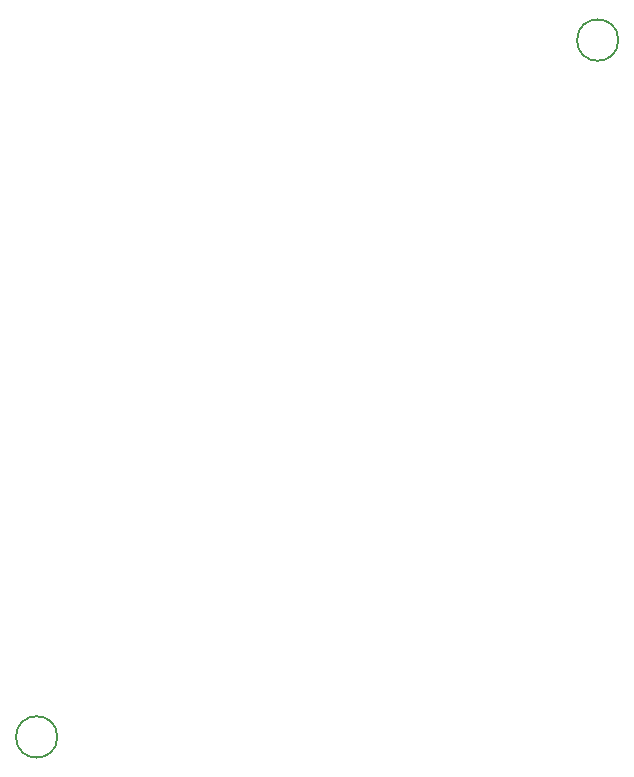
<source format=gbr>
G04 #@! TF.GenerationSoftware,KiCad,Pcbnew,(5.99.0-576-ga860ac506)*
G04 #@! TF.CreationDate,2021-04-05T16:40:01+02:00*
G04 #@! TF.ProjectId,8 Inch Floppy Power Supply,3820496e-6368-4204-966c-6f7070792050,rev?*
G04 #@! TF.SameCoordinates,Original*
G04 #@! TF.FileFunction,Other,Comment*
%FSLAX46Y46*%
G04 Gerber Fmt 4.6, Leading zero omitted, Abs format (unit mm)*
G04 Created by KiCad (PCBNEW (5.99.0-576-ga860ac506)) date 2021-04-05 16:40:01*
%MOMM*%
%LPD*%
G04 APERTURE LIST*
%ADD10C,0.150000*%
G04 APERTURE END LIST*
D10*
X23750000Y-81000000D02*
G75*
G03*
X23750000Y-81000000I-1750000J0D01*
G01*
X71250000Y-22000000D02*
G75*
G03*
X71250000Y-22000000I-1750000J0D01*
G01*
M02*

</source>
